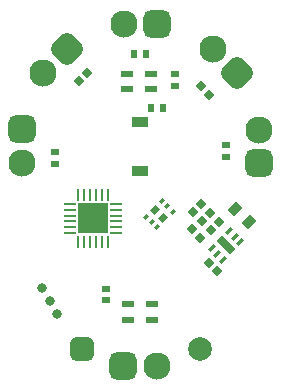
<source format=gtp>
G04*
G04 #@! TF.GenerationSoftware,Altium Limited,Altium Designer,20.0.10 (225)*
G04*
G04 Layer_Color=8421504*
%FSLAX25Y25*%
%MOIN*%
G70*
G01*
G75*
%ADD15C,0.07874*%
G04:AMPARAMS|DCode=16|XSize=78.74mil|YSize=78.74mil|CornerRadius=19.68mil|HoleSize=0mil|Usage=FLASHONLY|Rotation=90.000|XOffset=0mil|YOffset=0mil|HoleType=Round|Shape=RoundedRectangle|*
%AMROUNDEDRECTD16*
21,1,0.07874,0.03937,0,0,90.0*
21,1,0.03937,0.07874,0,0,90.0*
1,1,0.03937,0.01968,0.01968*
1,1,0.03937,0.01968,-0.01968*
1,1,0.03937,-0.01968,-0.01968*
1,1,0.03937,-0.01968,0.01968*
%
%ADD16ROUNDEDRECTD16*%
%ADD17R,0.03937X0.02362*%
%ADD18C,0.09055*%
G04:AMPARAMS|DCode=19|XSize=90.55mil|YSize=90.55mil|CornerRadius=22.64mil|HoleSize=0mil|Usage=FLASHONLY|Rotation=45.000|XOffset=0mil|YOffset=0mil|HoleType=Round|Shape=RoundedRectangle|*
%AMROUNDEDRECTD19*
21,1,0.09055,0.04528,0,0,45.0*
21,1,0.04528,0.09055,0,0,45.0*
1,1,0.04528,0.03202,0.00000*
1,1,0.04528,0.00000,-0.03202*
1,1,0.04528,-0.03202,0.00000*
1,1,0.04528,0.00000,0.03202*
%
%ADD19ROUNDEDRECTD19*%
G04:AMPARAMS|DCode=20|XSize=90.55mil|YSize=90.55mil|CornerRadius=22.64mil|HoleSize=0mil|Usage=FLASHONLY|Rotation=90.000|XOffset=0mil|YOffset=0mil|HoleType=Round|Shape=RoundedRectangle|*
%AMROUNDEDRECTD20*
21,1,0.09055,0.04528,0,0,90.0*
21,1,0.04528,0.09055,0,0,90.0*
1,1,0.04528,0.02264,0.02264*
1,1,0.04528,0.02264,-0.02264*
1,1,0.04528,-0.02264,-0.02264*
1,1,0.04528,-0.02264,0.02264*
%
%ADD20ROUNDEDRECTD20*%
G04:AMPARAMS|DCode=21|XSize=90.55mil|YSize=90.55mil|CornerRadius=22.64mil|HoleSize=0mil|Usage=FLASHONLY|Rotation=0.000|XOffset=0mil|YOffset=0mil|HoleType=Round|Shape=RoundedRectangle|*
%AMROUNDEDRECTD21*
21,1,0.09055,0.04528,0,0,0.0*
21,1,0.04528,0.09055,0,0,0.0*
1,1,0.04528,0.02264,-0.02264*
1,1,0.04528,-0.02264,-0.02264*
1,1,0.04528,-0.02264,0.02264*
1,1,0.04528,0.02264,0.02264*
%
%ADD21ROUNDEDRECTD21*%
G04:AMPARAMS|DCode=22|XSize=90.55mil|YSize=90.55mil|CornerRadius=22.64mil|HoleSize=0mil|Usage=FLASHONLY|Rotation=315.000|XOffset=0mil|YOffset=0mil|HoleType=Round|Shape=RoundedRectangle|*
%AMROUNDEDRECTD22*
21,1,0.09055,0.04528,0,0,315.0*
21,1,0.04528,0.09055,0,0,315.0*
1,1,0.04528,0.00000,-0.03202*
1,1,0.04528,-0.03202,0.00000*
1,1,0.04528,0.00000,0.03202*
1,1,0.04528,0.03202,0.00000*
%
%ADD22ROUNDEDRECTD22*%
G04:AMPARAMS|DCode=23|XSize=23.62mil|YSize=22.44mil|CornerRadius=0mil|HoleSize=0mil|Usage=FLASHONLY|Rotation=225.000|XOffset=0mil|YOffset=0mil|HoleType=Round|Shape=Rectangle|*
%AMROTATEDRECTD23*
4,1,4,0.00042,0.01629,0.01629,0.00042,-0.00042,-0.01629,-0.01629,-0.00042,0.00042,0.01629,0.0*
%
%ADD23ROTATEDRECTD23*%

G04:AMPARAMS|DCode=24|XSize=18.5mil|YSize=13.78mil|CornerRadius=0mil|HoleSize=0mil|Usage=FLASHONLY|Rotation=45.000|XOffset=0mil|YOffset=0mil|HoleType=Round|Shape=Rectangle|*
%AMROTATEDRECTD24*
4,1,4,-0.00167,-0.01141,-0.01141,-0.00167,0.00167,0.01141,0.01141,0.00167,-0.00167,-0.01141,0.0*
%
%ADD24ROTATEDRECTD24*%

G04:AMPARAMS|DCode=25|XSize=24mil|YSize=14mil|CornerRadius=0mil|HoleSize=0mil|Usage=FLASHONLY|Rotation=225.000|XOffset=0mil|YOffset=0mil|HoleType=Round|Shape=Rectangle|*
%AMROTATEDRECTD25*
4,1,4,0.00354,0.01344,0.01344,0.00354,-0.00354,-0.01344,-0.01344,-0.00354,0.00354,0.01344,0.0*
%
%ADD25ROTATEDRECTD25*%

G04:AMPARAMS|DCode=26|XSize=27.56mil|YSize=63mil|CornerRadius=0mil|HoleSize=0mil|Usage=FLASHONLY|Rotation=225.000|XOffset=0mil|YOffset=0mil|HoleType=Round|Shape=Rectangle|*
%AMROTATEDRECTD26*
4,1,4,-0.01253,0.03202,0.03202,-0.01253,0.01253,-0.03202,-0.03202,0.01253,-0.01253,0.03202,0.0*
%
%ADD26ROTATEDRECTD26*%

%ADD27R,0.03937X0.00984*%
%ADD28R,0.00984X0.03937*%
%ADD29R,0.10236X0.10236*%
%ADD30R,0.05512X0.03740*%
%ADD31C,0.03150*%
G04:AMPARAMS|DCode=32|XSize=31mil|YSize=38mil|CornerRadius=0mil|HoleSize=0mil|Usage=FLASHONLY|Rotation=135.000|XOffset=0mil|YOffset=0mil|HoleType=Round|Shape=Rectangle|*
%AMROTATEDRECTD32*
4,1,4,0.02439,0.00248,-0.00248,-0.02439,-0.02439,-0.00248,0.00248,0.02439,0.02439,0.00248,0.0*
%
%ADD32ROTATEDRECTD32*%

%ADD33R,0.02362X0.02756*%
%ADD34R,0.02756X0.02362*%
G04:AMPARAMS|DCode=35|XSize=23.62mil|YSize=27.56mil|CornerRadius=0mil|HoleSize=0mil|Usage=FLASHONLY|Rotation=45.000|XOffset=0mil|YOffset=0mil|HoleType=Round|Shape=Rectangle|*
%AMROTATEDRECTD35*
4,1,4,0.00139,-0.01810,-0.01810,0.00139,-0.00139,0.01810,0.01810,-0.00139,0.00139,-0.01810,0.0*
%
%ADD35ROTATEDRECTD35*%

G04:AMPARAMS|DCode=36|XSize=23.62mil|YSize=27.56mil|CornerRadius=0mil|HoleSize=0mil|Usage=FLASHONLY|Rotation=315.000|XOffset=0mil|YOffset=0mil|HoleType=Round|Shape=Rectangle|*
%AMROTATEDRECTD36*
4,1,4,-0.01810,-0.00139,0.00139,0.01810,0.01810,0.00139,-0.00139,-0.01810,-0.01810,-0.00139,0.0*
%
%ADD36ROTATEDRECTD36*%

D15*
X59532Y167D02*
D03*
D16*
X20162D02*
D03*
D17*
X43185Y86735D02*
D03*
Y91854D02*
D03*
X35311Y86735D02*
D03*
Y91854D02*
D03*
X43404Y9843D02*
D03*
Y14961D02*
D03*
X35530Y9843D02*
D03*
Y14961D02*
D03*
D18*
X7276Y91998D02*
D03*
X116Y62036D02*
D03*
X34061Y108433D02*
D03*
X63861Y99939D02*
D03*
X79123Y73183D02*
D03*
X45010Y-5458D02*
D03*
D19*
X15210Y99932D02*
D03*
D20*
X116Y73256D02*
D03*
X79123Y61962D02*
D03*
D21*
X45282Y108433D02*
D03*
X33790Y-5458D02*
D03*
D22*
X71795Y92005D02*
D03*
D23*
X44537Y46364D02*
D03*
X47321Y43580D02*
D03*
D24*
X45135Y40560D02*
D03*
X43326Y42369D02*
D03*
X41516Y44179D02*
D03*
X46722Y49385D02*
D03*
X48532Y47575D02*
D03*
X50341Y45766D02*
D03*
D25*
X72949Y35667D02*
D03*
X71111Y37505D02*
D03*
X69272Y39344D02*
D03*
X63474Y33545D02*
D03*
X65313Y31707D02*
D03*
X67151Y29868D02*
D03*
D26*
X68212Y34606D02*
D03*
D27*
X16025Y48478D02*
D03*
Y46509D02*
D03*
Y44541D02*
D03*
Y42572D02*
D03*
Y40604D02*
D03*
Y38635D02*
D03*
X31576D02*
D03*
Y40604D02*
D03*
Y42572D02*
D03*
Y44541D02*
D03*
Y46509D02*
D03*
Y48478D02*
D03*
D28*
X18879Y35781D02*
D03*
X20848D02*
D03*
X22816D02*
D03*
X24785D02*
D03*
X26753D02*
D03*
X28722D02*
D03*
Y51332D02*
D03*
X26753D02*
D03*
X24785D02*
D03*
X22816D02*
D03*
X20848D02*
D03*
X18879D02*
D03*
D29*
X23800Y43557D02*
D03*
D30*
X39531Y59305D02*
D03*
Y75643D02*
D03*
D31*
X11930Y11827D02*
D03*
X9430Y16157D02*
D03*
X6930Y20487D02*
D03*
D32*
X75809Y42262D02*
D03*
X71251Y46819D02*
D03*
D33*
X47251Y80436D02*
D03*
X43314D02*
D03*
X37563Y98239D02*
D03*
X41500D02*
D03*
D34*
X11199Y61791D02*
D03*
Y65728D02*
D03*
X68215Y67966D02*
D03*
Y64029D02*
D03*
X51286Y87848D02*
D03*
Y91785D02*
D03*
X28159Y20195D02*
D03*
Y16258D02*
D03*
D35*
X19186Y89214D02*
D03*
X21970Y91998D02*
D03*
X62922Y45463D02*
D03*
X60138Y42679D02*
D03*
X57076Y45742D02*
D03*
X59860Y48526D02*
D03*
X63201Y39617D02*
D03*
X65985Y42401D02*
D03*
D36*
X59835Y87567D02*
D03*
X62619Y84783D02*
D03*
X56798Y39895D02*
D03*
X59582Y37111D02*
D03*
X65194Y26021D02*
D03*
X62411Y28805D02*
D03*
M02*

</source>
